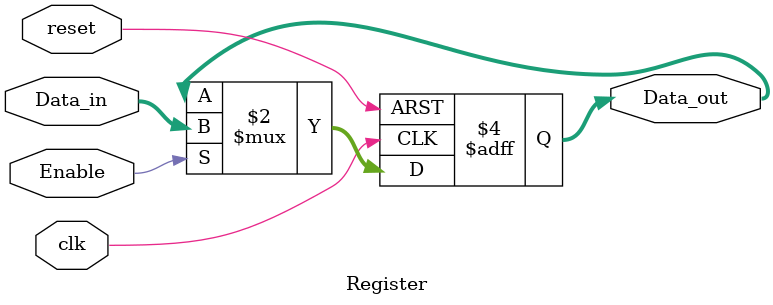
<source format=v>
`timescale 1ns / 1ps


module Register #(parameter Data_Width = 32 )
(
 input clk,
 input reset, 
 input [Data_Width-1:0] Data_in,
 input Enable, 
 output reg [Data_Width-1:0] Data_out);


 always @(posedge clk ,posedge reset)
   begin
   if (reset)
        Data_out<= 32'b0; 
   else if (Enable)
        Data_out <= Data_in;
   end		
endmodule 


</source>
